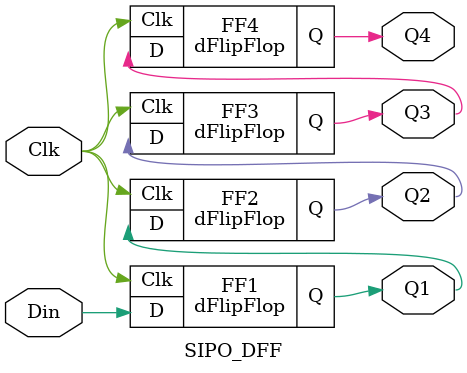
<source format=v>
`timescale 1ns/1ps

module dFlipFlop (
    input  wire D,
    input  wire Clk,
    output reg  Q
);

    always @(posedge Clk) begin
        Q <= D;
    end

endmodule

// 4-bit SIPO Shift Register
module SIPO_DFF (
    input  wire Din,
    input  wire Clk,
    output wire Q1, Q2, Q3, Q4
);

    dFlipFlop FF1(.D(Din), .Clk(Clk), .Q(Q1));
    dFlipFlop FF2(.D(Q1),  .Clk(Clk), .Q(Q2));
    dFlipFlop FF3(.D(Q2),  .Clk(Clk), .Q(Q3));
    dFlipFlop FF4(.D(Q3),  .Clk(Clk), .Q(Q4));

endmodule

</source>
